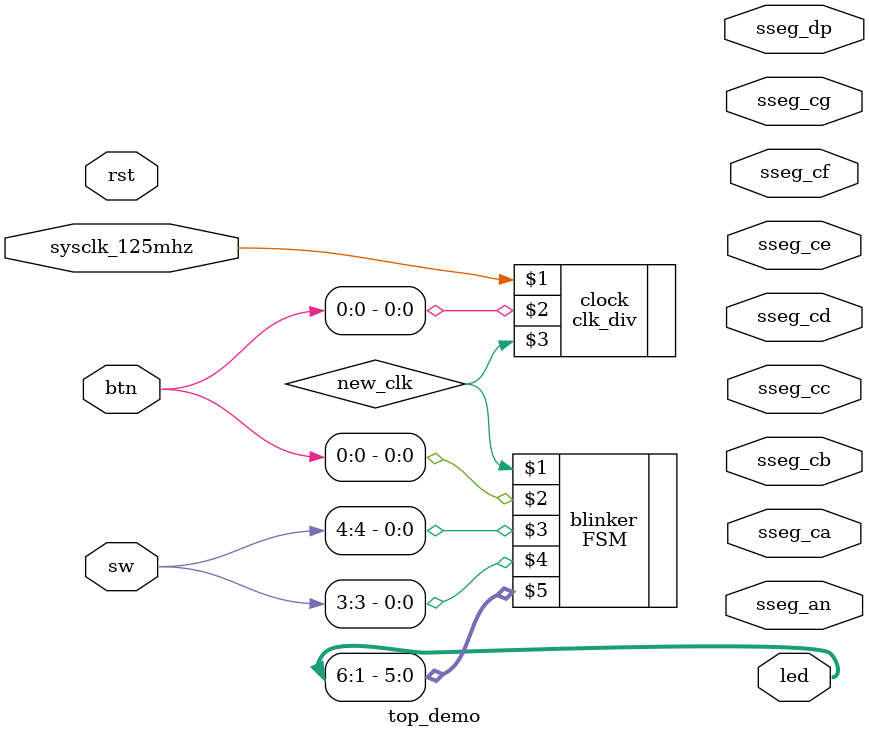
<source format=sv>
`timescale 1ns / 1ps


module top_demo
(
  // input
  input  logic [7:0] sw,
  input  logic [3:0] btn,
  input  logic       sysclk_125mhz,
  input  logic       rst,
  // output  
  output logic [7:0] led,
  output logic sseg_ca,
  output logic sseg_cb,
  output logic sseg_cc,
  output logic sseg_cd,
  output logic sseg_ce,
  output logic sseg_cf,
  output logic sseg_cg,
  output logic sseg_dp,
  output logic [3:0] sseg_an
);

  logic [16:0] CURRENT_COUNT;
  logic [16:0] NEXT_COUNT;
  logic        smol_clk;
  
  // Place TicTacToe instantiation here
  logic new_clk;
  clk_div clock(sysclk_125mhz, btn[0], new_clk);
  FSM blinker(new_clk, btn[0], sw[4], sw[3], led[6:1]);

// Register logic storing clock counts
  always@(posedge sysclk_125mhz)
  begin
    if(btn[3])
      CURRENT_COUNT = 17'h00000;
    else
      CURRENT_COUNT = NEXT_COUNT;
  end
  
  // Increment logic
  assign NEXT_COUNT = CURRENT_COUNT == 17'd100000 ? 17'h00000 : CURRENT_COUNT + 1;

  // Creation of smaller clock signal from counters
  assign smol_clk = CURRENT_COUNT == 17'd100000 ? 1'b1 : 1'b0;

endmodule

</source>
